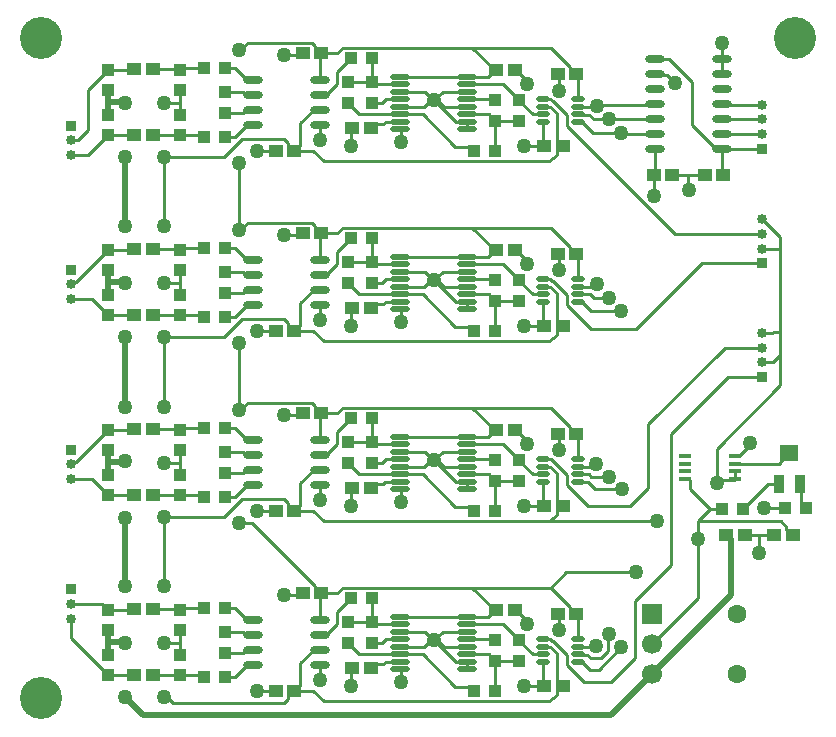
<source format=gbr>
%FSTAX23Y23*%
%MOIN*%
%SFA1B1*%

%IPPOS*%
%ADD10O,0.064960X0.025591*%
%ADD11R,0.051181X0.043307*%
%ADD12R,0.040945X0.014961*%
%ADD13O,0.045275X0.019685*%
%ADD14O,0.064960X0.019685*%
%ADD15R,0.039370X0.041339*%
%ADD16R,0.041339X0.039370*%
%ADD17R,0.038000X0.063000*%
%ADD18R,0.059000X0.058000*%
%ADD19C,0.010000*%
%ADD20C,0.020000*%
%ADD21R,0.033465X0.033465*%
%ADD22C,0.033465*%
%ADD23R,0.066929X0.066929*%
%ADD24C,0.066929*%
%ADD25C,0.062992*%
%ADD26C,0.050000*%
%ADD27C,0.140000*%
%LNacoustics_4_copper_signal_top-1*%
%LPD*%
G54D10*
X01054Y00232D03*
Y00282D03*
Y00332D03*
Y00382D03*
X00831Y00232D03*
Y00282D03*
Y00332D03*
Y00382D03*
X02394Y0195D03*
Y02D03*
Y0205D03*
Y021D03*
Y0215D03*
Y022D03*
Y0225D03*
X02172Y0195D03*
Y02D03*
Y0205D03*
Y021D03*
Y0215D03*
Y022D03*
Y0225D03*
X01054Y01432D03*
Y01482D03*
Y01532D03*
Y01582D03*
X00831Y01432D03*
Y01482D03*
Y01532D03*
Y01582D03*
Y02182D03*
Y02132D03*
Y02082D03*
Y02032D03*
X01054Y02182D03*
Y02132D03*
Y02082D03*
Y02032D03*
Y00832D03*
Y00882D03*
Y00932D03*
Y00982D03*
X00831Y00832D03*
Y00882D03*
Y00932D03*
Y00982D03*
G54D11*
X02167Y01865D03*
X0223D03*
X024D03*
X02337D03*
X02631Y00665D03*
X02568D03*
X02408D03*
X02471D03*
X01642Y01615D03*
X01705D03*
X01225Y0142D03*
X01162D03*
X0191Y016D03*
X01847D03*
X01865Y0136D03*
X01802D03*
X0106Y0167D03*
X00997D03*
X0097Y01345D03*
X00907D03*
X00499Y01397D03*
X00436D03*
X00499Y01617D03*
X00436D03*
X01642Y00415D03*
X01705D03*
X01225Y0022D03*
X01162D03*
X0191Y004D03*
X01847D03*
X01865Y0016D03*
X01802D03*
X0106Y0047D03*
X00997D03*
X0097Y00145D03*
X00907D03*
X00499Y00197D03*
X00436D03*
X00499Y00417D03*
X00436D03*
X01642Y02215D03*
X01705D03*
X01225Y0202D03*
X01162D03*
X0191Y022D03*
X01847D03*
X01865Y0196D03*
X01802D03*
X0106Y0227D03*
X00997D03*
X0097Y01945D03*
X00907D03*
X00499Y01997D03*
X00436D03*
X00499Y02217D03*
X00436D03*
Y01017D03*
X00499D03*
X00436Y00797D03*
X00499D03*
X00907Y00745D03*
X0097D03*
X00997Y0107D03*
X0106D03*
X01802Y0076D03*
X01865D03*
X01847Y01D03*
X0191D03*
X01162Y0082D03*
X01225D03*
X01705Y01015D03*
X01642D03*
G54D12*
X02271Y00928D03*
Y00902D03*
Y00877D03*
Y00851D03*
X02438Y00928D03*
Y00902D03*
Y00877D03*
Y00851D03*
G54D13*
X018Y01518D03*
Y01492D03*
Y01467D03*
Y01441D03*
X01916Y01518D03*
Y01492D03*
Y01467D03*
Y01441D03*
X018Y00318D03*
Y00292D03*
Y00267D03*
Y00241D03*
X01916Y00318D03*
Y00292D03*
Y00267D03*
Y00241D03*
X018Y02118D03*
Y02092D03*
Y02067D03*
Y02041D03*
X01916Y02118D03*
Y02092D03*
Y02067D03*
Y02041D03*
Y00841D03*
Y00867D03*
Y00892D03*
Y00918D03*
X018Y00841D03*
Y00867D03*
Y00892D03*
Y00918D03*
G54D14*
X01322Y01592D03*
Y01567D03*
Y01542D03*
Y01517D03*
Y01492D03*
Y01467D03*
Y01442D03*
Y01417D03*
X01544Y01592D03*
Y01567D03*
Y01542D03*
Y01517D03*
Y01492D03*
Y01467D03*
Y01442D03*
Y01417D03*
X01322Y00392D03*
Y00367D03*
Y00342D03*
Y00317D03*
Y00292D03*
Y00267D03*
Y00242D03*
Y00217D03*
X01544Y00392D03*
Y00367D03*
Y00342D03*
Y00317D03*
Y00292D03*
Y00267D03*
Y00242D03*
Y00217D03*
X01322Y02192D03*
Y02167D03*
Y02142D03*
Y02117D03*
Y02092D03*
Y02067D03*
Y02042D03*
Y02017D03*
X01544Y02192D03*
Y02167D03*
Y02142D03*
Y02117D03*
Y02092D03*
Y02067D03*
Y02042D03*
Y02017D03*
Y00817D03*
Y00842D03*
Y00867D03*
Y00892D03*
Y00917D03*
Y00942D03*
Y00967D03*
Y00992D03*
X01322Y00817D03*
Y00842D03*
Y00867D03*
Y00892D03*
Y00917D03*
Y00942D03*
Y00967D03*
Y00992D03*
G54D15*
X01148Y01505D03*
Y01574D03*
X01638Y01514D03*
Y01445D03*
X01228Y01574D03*
Y01505D03*
X01718Y01514D03*
Y01445D03*
X00738Y01541D03*
Y01473D03*
X00588Y01466D03*
Y01398D03*
X00348Y01466D03*
Y01398D03*
X00588Y01548D03*
Y01616D03*
X00348Y01548D03*
Y01616D03*
X01148Y00305D03*
Y00374D03*
X01638Y00314D03*
Y00245D03*
X01228Y00374D03*
Y00305D03*
X01718Y00314D03*
Y00245D03*
X00738Y00341D03*
Y00273D03*
X00588Y00266D03*
Y00198D03*
X00348Y00266D03*
Y00198D03*
X00588Y00348D03*
Y00416D03*
X00348Y00348D03*
Y00416D03*
X01148Y02105D03*
Y02174D03*
X01638Y02114D03*
Y02045D03*
X01228Y02174D03*
Y02105D03*
X01718Y02114D03*
Y02045D03*
X00738Y02141D03*
Y02073D03*
X00588Y02066D03*
Y01998D03*
X00348Y02066D03*
Y01998D03*
X00588Y02148D03*
Y02216D03*
X00348Y02148D03*
Y02216D03*
Y01016D03*
Y00948D03*
X00588Y01016D03*
Y00948D03*
X00348Y00798D03*
Y00866D03*
X00588Y00798D03*
Y00866D03*
X00738Y00873D03*
Y00941D03*
X01718Y00845D03*
Y00914D03*
X01228Y00905D03*
Y00974D03*
X01638Y00845D03*
Y00914D03*
X01148Y00974D03*
Y00905D03*
G54D16*
X01637Y01345D03*
X01569D03*
X01159Y01655D03*
X01227D03*
X00668Y01392D03*
X00737D03*
X00668Y01622D03*
X00737D03*
X01569Y00145D03*
X01637D03*
X02605Y00755D03*
X02674D03*
X02464Y0075D03*
X02395D03*
X01569Y01945D03*
X01637D03*
X01159Y00455D03*
X01227D03*
X00668Y00192D03*
X00737D03*
X00668Y00422D03*
X00737D03*
X01159Y02255D03*
X01227D03*
X00668Y01992D03*
X00737D03*
X00668Y02222D03*
X00737D03*
Y01022D03*
X00668D03*
X00737Y00792D03*
X00668D03*
X01227Y01055D03*
X01159D03*
X01569Y00745D03*
X01637D03*
G54D17*
X02654Y00835D03*
X02585D03*
G54D18*
X0262Y00937D03*
G54D19*
X0182Y0071D02*
X02179D01*
X0218Y0071*
X02105Y00445D02*
X02225Y00565D01*
X02025Y00175D02*
X02105Y00255D01*
Y00445*
X02162Y00301D02*
X02315Y00454D01*
Y0071*
X02225Y00565D02*
Y01D01*
X01934Y00175D02*
X02025D01*
X01955Y00215D02*
X01985D01*
X0206Y0029*
X01825Y00489D02*
X01876Y0054D01*
X0211*
X01878Y00231D02*
X01934Y00175D01*
X02015Y00332D02*
X02018Y00336D01*
X01991Y00255D02*
X02015Y00278D01*
Y00332*
X01958Y00255D02*
X01991D01*
X01917Y00266D02*
X01946D01*
X01916Y00267D02*
X01917Y00266D01*
X01973Y00293D02*
X01975Y00295D01*
X01946Y00266D02*
X01958Y00255D01*
X01933Y00293D02*
X01973D01*
X01929Y00241D02*
X01955Y00215D01*
X01878Y00231D02*
Y00264D01*
X01914Y00318D02*
X01916Y0032D01*
X0224Y0217D02*
D01*
X02211Y02198D02*
X0224Y0217D01*
X02172Y022D02*
X02173Y02198D01*
X02211*
X00227Y01982D02*
X00247D01*
X00281Y02016*
Y02149*
X00225Y0198D02*
X00227Y01982D01*
X00225Y00322D02*
X00348Y00199D01*
X00225Y00322D02*
Y00386D01*
X00348Y00198D02*
Y00199D01*
X0033Y00435D02*
X00348Y00417D01*
X00225Y00435D02*
X0033D01*
X00348Y00416D02*
Y00417D01*
X00281Y02149D02*
X00348Y02215D01*
Y02216*
Y01997D02*
Y01998D01*
X00225Y0193D02*
X00281D01*
X00348Y01997*
X02062Y02002D02*
X02169D01*
X0206Y02005D02*
X02062Y02002D01*
X02169D02*
X02172Y02D01*
X0202Y0205D02*
X02172D01*
X02169Y02097D02*
X02172Y021D01*
X01982Y02097D02*
X02169D01*
X0198Y02095D02*
X01982Y02097D01*
X01225Y0082D02*
X0124Y00835D01*
X01265*
X01273Y00842*
X01322*
X02658Y00769D02*
Y0083D01*
X02654Y00835D02*
X02658Y0083D01*
X01878Y01431D02*
X0196Y0135D01*
X02109D02*
X02329Y0157D01*
X0196Y0135D02*
X02109D01*
X0215Y0082D02*
Y01035D01*
X0195Y0076D02*
X0209D01*
X0215Y0082*
X01878Y00831D02*
X0195Y0076D01*
X0215Y01035D02*
X02404Y01289D01*
X02225Y01D02*
X02415Y0119D01*
X0253*
X02404Y01289D02*
X0253D01*
X01971Y00818D02*
X02062D01*
X0196Y0141D02*
X0206D01*
X0259Y0134D02*
Y01619D01*
X01878Y02029D02*
X0224Y01668D01*
X0253*
X01878Y02029D02*
Y02064D01*
X02167Y01865D02*
X0217Y01862D01*
Y01795D02*
Y01862D01*
X02294Y0203D02*
Y02174D01*
X02172Y0225D02*
X02219D01*
X02294Y02174*
X0253Y01717D02*
X0259Y01657D01*
Y01619D02*
Y01657D01*
X02565Y0124D02*
X0259Y01265D01*
Y01164D02*
Y01265D01*
X02565Y01619D02*
X0259D01*
X02565D02*
D01*
X0253D02*
X02565D01*
X02566Y0134D02*
X0259D01*
X02564Y01338D02*
X02566Y0134D01*
X0253Y01338D02*
X02564D01*
X0259Y01265D02*
Y0134D01*
X0253Y0124D02*
X02565D01*
X02395Y0225D02*
Y02305D01*
X02529Y02099D02*
X0253Y02099D01*
X02394Y0225D02*
X02395Y0225D01*
X02394Y021D02*
X02395Y02099D01*
X02394Y0205D02*
X0253D01*
X02394Y022D02*
Y0225D01*
X02395Y02099D02*
X02529D01*
X02294Y0203D02*
X02375Y0195D01*
X01929Y02041D02*
X01965Y02005D01*
X02394Y02D02*
X02395Y02D01*
X02375Y0195D02*
X02394D01*
Y0187D02*
Y0195D01*
Y0187D02*
X024Y01865D01*
X02283D02*
X02337D01*
X02395Y02D02*
X02529D01*
X02394Y0195D02*
X02528D01*
X02529Y02D02*
X0253Y02D01*
X02528Y0195D02*
X0253Y01951D01*
X02172Y0187D02*
Y0195D01*
X02167Y01865D02*
X02172Y0187D01*
X02283Y01816D02*
Y01865D01*
X0223D02*
X02283D01*
Y01816D02*
X02285Y01815D01*
X02379Y00839D02*
X02389Y00849D01*
X02287Y00817D02*
Y00849D01*
X02284Y00851D02*
X02287Y00849D01*
X02271Y00851D02*
X02284D01*
X02355Y0075D02*
X02395D01*
X02287Y00817D02*
X02355Y0075D01*
X02315Y0071D02*
X02355Y0075D01*
X0255Y00835D02*
X02585D01*
X02673Y00755D02*
X02674D01*
X02535D02*
X02605D01*
X02465Y0075D02*
X0255Y00835D01*
X02658Y00769D02*
X02673Y00755D01*
X02627Y00665D02*
X02631D01*
X0252D02*
X02568D01*
X02471D02*
X0252D01*
X0261Y00681D02*
X02627Y00665D01*
X0261Y00681D02*
Y00691D01*
X02591Y0071D02*
X0261Y00691D01*
X02315Y0071D02*
X02591D01*
X02435Y00849D02*
X02438Y00851D01*
X02422Y00849D02*
X02422Y00849D01*
X02389Y00849D02*
X02422D01*
X02438Y00851D02*
Y00877D01*
X02422Y00849D02*
X02435D01*
X02464Y0075D02*
X02465D01*
X0252Y00605D02*
Y00665D01*
X02379Y00839D02*
Y00953D01*
X02619Y00937D02*
X0262D01*
X02438Y00928D02*
X02451D01*
X02585Y00902D02*
X02619Y00937D01*
X02451Y00928D02*
X0249Y00966D01*
X02438Y00902D02*
X02585D01*
X0249Y00966D02*
Y0097D01*
X01933Y02093D02*
X01978D01*
X01968Y0205D02*
X0202D01*
X01916Y02092D02*
X01932D01*
X01951Y02066D02*
X01968Y0205D01*
X01917Y02066D02*
X01951D01*
X01932Y02092D02*
X01933Y02093D01*
X01956Y01467D02*
X01968Y01455D01*
X01932Y00292D02*
X01933Y00293D01*
X01917Y00893D02*
X01967D01*
X0196Y00858D02*
X02017D01*
X01951Y00867D02*
X0196Y00858D01*
X01967Y00893D02*
X01974Y009D01*
X01948Y00841D02*
X01971Y00818D01*
X01929Y01441D02*
X0196Y0141D01*
X01965Y02005D02*
X0206D01*
X01973Y01493D02*
X0198Y015D01*
X01917Y01493D02*
X01973D01*
X01916Y01492D02*
X01917Y01493D01*
X01916Y00892D02*
X01917Y00893D01*
X01916Y00241D02*
X01929D01*
X01968Y01455D02*
X0202D01*
X00535Y01505D02*
X00588D01*
X00587Y01617D02*
X00588Y01616D01*
Y01505D02*
Y01548D01*
Y01616D02*
X00593Y01622D01*
X00668*
X00737D02*
X00773D01*
X00738Y01541D02*
X00798D01*
X00785Y0168D02*
X00788D01*
X00773Y01622D02*
X00813Y01582D01*
X00788Y0168D02*
X00814Y01706D01*
X00798Y01541D02*
X00808Y01532D01*
X00813Y01582D02*
X00831D01*
X00808Y01532D02*
X00831D01*
X00845Y01345D02*
X00907D01*
X00935Y01385D02*
X00949Y01371D01*
X00966Y01345D02*
X0097D01*
X00973D02*
X0099Y01361D01*
X00949D02*
Y01371D01*
Y01361D02*
X00966Y01345D01*
X00992Y01665D02*
X00997Y0167D01*
X01028Y01706D02*
X01039Y01696D01*
Y01686D02*
Y01696D01*
Y01686D02*
X01056Y0167D01*
X01054Y01582D02*
Y01664D01*
X0106Y0167*
X01056D02*
X0106D01*
X01054Y01532D02*
X01074D01*
X0106Y0167D02*
X01112D01*
X01111Y01569D02*
Y01608D01*
X01112Y0167D02*
X01132Y01689D01*
X01158Y01655D02*
X01159D01*
X01148Y01574D02*
X01227D01*
X01111Y01608D02*
X01158Y01655D01*
X01227Y01574D02*
X01227Y01575D01*
Y01655*
X01228Y01574D02*
X01235Y01567D01*
X01263Y01505D02*
X01275Y01517D01*
X01235Y01567D02*
X01322D01*
X01275Y01517D02*
X01322D01*
X01322Y01517*
X00794Y01385D02*
X00935D01*
X00814Y01706D02*
X01028D01*
X00935Y01665D02*
X00992D01*
X01074Y01532D02*
X01111Y01569D01*
X01666Y01567D02*
X01718Y01515D01*
X01563Y01689D02*
X01825D01*
X01705Y01615D02*
X01708D01*
X01745Y01577*
X01878Y01431D02*
Y01464D01*
X01745Y01569D02*
Y01577D01*
X01847Y016D02*
X01851Y01595D01*
Y01547D02*
Y01595D01*
X01823Y01492D02*
X01844Y01471D01*
X01831Y01512D02*
X01878Y01464D01*
X01914Y01518D02*
X01916Y0152D01*
Y01593*
Y01441D02*
X01929D01*
X00348Y01615D02*
Y01616D01*
X00436*
X00436Y01617*
X00499D02*
X00587D01*
X00225Y015D02*
X00231D01*
X00241Y01508D02*
X00348Y01615D01*
X00231Y015D02*
X0024Y01508D01*
X00241*
X01068Y0131D02*
X0182D01*
X01322Y01417D02*
X01325Y01414D01*
Y01375D02*
Y01414D01*
X01322Y01467D02*
X01397D01*
X01322Y01492D02*
X01401D01*
X01424Y01515*
X01435*
X01433D02*
X01435D01*
X01436D02*
X01445D01*
X01436D02*
X01464Y01542D01*
X01397Y01467D02*
X01505Y01359D01*
X01445Y01515D02*
X01468Y01492D01*
X01435Y01515D02*
X01507Y01442D01*
X01468Y01492D02*
X01544D01*
X01507Y01442D02*
X01544D01*
X01505Y01359D02*
X01554D01*
X01544Y01442D02*
X01544Y01442D01*
Y01417D02*
Y01442D01*
X01554Y01359D02*
X01569Y01345D01*
X01544Y01467D02*
X01617D01*
X01544Y01517D02*
X01635D01*
X0182Y0131D02*
X01844Y01333D01*
Y01343*
X01617Y01467D02*
X01638Y01446D01*
X01635Y01517D02*
X01638Y01514D01*
X01637Y01345D02*
Y01445D01*
X01638Y01445*
Y01446*
Y01445D02*
X01718D01*
Y01513D02*
Y01515D01*
Y01513D02*
X01764Y01467D01*
X01735Y0136D02*
X01802D01*
X01764Y01467D02*
X01799D01*
X018Y01467*
Y01361D02*
Y01441D01*
Y01492D02*
X01801Y01492D01*
X018Y01518D02*
X01801Y01517D01*
X018Y01361D02*
X01802Y0136D01*
X01801Y01492D02*
X01823D01*
X01801Y01517D02*
X01823D01*
X01829Y01512*
X01831*
X01844Y01343D02*
X01861Y0136D01*
X01132Y01689D02*
X01563D01*
X01322Y01542D02*
X01405D01*
X01433Y01515*
X01464Y01542D02*
X01544D01*
Y01567D02*
X01544Y01567D01*
X01615Y01592D02*
X01638Y01615D01*
X01563Y01689D02*
X01638Y01615D01*
X01544Y01567D02*
X01666D01*
X01322Y01592D02*
X01615D01*
X00973Y01345D02*
X01033D01*
X0099Y01438D02*
X01034Y01482D01*
X01054*
X01055Y0138D02*
Y01431D01*
X01148Y01504D02*
Y01505D01*
X0116Y0136D02*
Y01417D01*
X01162Y0142*
X01148Y01504D02*
X01185Y01467D01*
X01225Y0142D02*
X01241Y01436D01*
X01228Y01505D02*
X01263D01*
X01185Y01467D02*
X01322D01*
X01241Y01436D02*
X01267D01*
X01273Y01442*
X01322*
X01322Y01467D02*
X01322Y01467D01*
X0099Y01361D02*
Y01438D01*
X01033Y01345D02*
X01068Y0131D01*
X01054Y01432D02*
X01055Y01431D01*
X00348Y01398D02*
X00436D01*
X00225Y0145D02*
X00296D01*
X00348Y01399*
Y01398D02*
Y01399D01*
X00499Y01397D02*
X00587D01*
X00436Y01398D02*
X00436Y01397D01*
X00588Y01466D02*
Y01505D01*
X00587Y01397D02*
X00588Y01398D01*
X00663*
X00668Y01392*
X00535Y01325D02*
X00734D01*
X00808Y01482D02*
X00831D01*
X00737Y01392D02*
X00773D01*
X00738Y01473D02*
X00798D01*
X00773Y01392D02*
X00813Y01432D01*
X00798Y01473D02*
X00808Y01482D01*
X00734Y01325D02*
X00794Y01385D01*
X00813Y01432D02*
X00831D01*
X01825Y01689D02*
X01889Y01626D01*
X01844Y01376D02*
Y01471D01*
X01861Y0136D02*
X01865D01*
X01906Y016D02*
X0191D01*
X01889Y01616D02*
Y01626D01*
Y01616D02*
X01906Y016D01*
X02329Y0157D02*
X0253D01*
X01916Y01467D02*
X01956D01*
X0191Y016D02*
X01916Y01593D01*
X01844Y01376D02*
X01861Y0136D01*
X00845Y00145D02*
X00907D01*
X0024Y00908D02*
X00241D01*
X00225Y009D02*
X00231D01*
X0024Y00908*
X00241D02*
X00348Y01015D01*
X00785Y00705D02*
X0083D01*
X01322Y00992D02*
X01615D01*
X01322Y00392D02*
X01615D01*
X01056Y0047D02*
X0106D01*
X01039Y00486D02*
X01056Y0047D01*
X0083Y00705D02*
X01039Y00496D01*
Y00486D02*
Y00496D01*
X02379Y00953D02*
X0259Y01164D01*
X01823Y02092D02*
X01844Y02071D01*
Y01976D02*
X01861Y0196D01*
X00973Y00745D02*
X01033D01*
X01068Y0071*
X0182*
X01844Y00733D02*
Y00743D01*
X0182Y0071D02*
X01844Y00733D01*
Y00743D02*
X01861Y0076D01*
X01844Y00176D02*
X01861Y0016D01*
X01914Y02118D02*
X01916Y0212D01*
X01914Y00918D02*
X01916Y0092D01*
X01322Y02192D02*
X01615D01*
X00785Y0108D02*
X00788D01*
X00814Y01106*
X01028*
X01039Y01096*
Y01086D02*
Y01096D01*
Y01086D02*
X01056Y0107D01*
X0106*
X00785Y0168D02*
Y01905D01*
Y0108D02*
Y01305D01*
X00565Y00105D02*
X00935D01*
Y00785D02*
X00949Y00771D01*
X00966Y00745D02*
X0097D01*
X01861Y0196D02*
X01865D01*
X00949Y00761D02*
X00966Y00745D01*
X00794Y01985D02*
X00935D01*
X00794Y00785D02*
X00935D01*
X01844Y00176D02*
Y00271D01*
X01861Y0016D02*
X01865D01*
X00535Y01925D02*
X00734D01*
X01823Y00892D02*
X01844Y00871D01*
X00535Y00725D02*
X00734D01*
X00785Y0228D02*
X00788D01*
X00814Y02306*
X01028*
X01039Y02286D02*
X01056Y0227D01*
X01028Y02306D02*
X01039Y02296D01*
X01056Y0227D02*
X0106D01*
X01039Y02286D02*
Y02296D01*
X00734Y01925D02*
X00794Y01985D01*
X01844Y00776D02*
X01861Y0076D01*
X00966Y01945D02*
X0097D01*
X00966Y00145D02*
X00973D01*
X01844Y00776D02*
Y00871D01*
X00949Y01961D02*
X00966Y01945D01*
X00949Y00761D02*
Y00771D01*
X00737Y01992D02*
X00773D01*
X00813Y02032*
X01831Y00312D02*
X01878Y00264D01*
X01826Y00917D02*
X01878Y00864D01*
Y00831D02*
Y00864D01*
X01829Y00312D02*
X01831D01*
X01823Y00317D02*
X01829Y00312D01*
X018Y00318D02*
X01801Y00317D01*
X01851Y00347D02*
Y00395D01*
X01847Y004D02*
X01851Y00395D01*
X01801Y00317D02*
X01823D01*
X01916Y0032D02*
Y00393D01*
X0191Y004D02*
X01916Y00393D01*
X01906Y004D02*
X0191D01*
X01847Y01D02*
X01853Y00993D01*
Y00948D02*
Y00993D01*
X01801Y00917D02*
X01826D01*
X018Y00918D02*
X01801Y00917D01*
X01829Y02112D02*
X01831D01*
X01801Y02117D02*
X01824D01*
X01831Y02112D02*
X01878Y02064D01*
X018Y02118D02*
X01801Y02117D01*
X01847Y022D02*
X01851Y02195D01*
X01824Y02117D02*
X01829Y02112D01*
X01851Y02146D02*
Y02195D01*
X01844Y01976D02*
Y02071D01*
X01916Y02041D02*
X01929D01*
X01823Y00292D02*
X01844Y00271D01*
X01801Y02092D02*
X01823D01*
X01916Y00841D02*
X01948D01*
X01916Y00867D02*
X01951D01*
X01916Y00292D02*
X01932D01*
X01916Y02067D02*
X01917Y02066D01*
X0116Y0016D02*
Y00217D01*
X00535Y01695D02*
Y01925D01*
Y00495D02*
Y00725D01*
Y0109D02*
Y01325D01*
X00588Y00266D02*
Y00305D01*
Y00348*
X00535Y00305D02*
X00588D01*
Y00866D02*
Y00905D01*
Y00948*
X00535Y00905D02*
X00588D01*
Y02066D02*
Y02105D01*
Y02148*
X00535Y02105D02*
X00588D01*
X00296Y0085D02*
X00348Y00799D01*
X00225Y0085D02*
X00296D01*
X00348Y00798D02*
Y00799D01*
Y01015D02*
Y01016D01*
X01227Y00374D02*
X01227Y00375D01*
X01111Y00369D02*
Y00408D01*
X01227Y00375D02*
Y00455D01*
X01054Y00382D02*
Y00464D01*
X01111Y00408D02*
X01158Y00455D01*
X01159*
X01054Y00464D02*
X0106Y0047D01*
X01112*
X01132Y00489*
X00499Y00197D02*
X00587D01*
X00436Y00198D02*
X00436Y00197D01*
X00348Y00198D02*
X00436D01*
X00348Y00416D02*
X00436D01*
X00436Y00417*
X00499D02*
X00587D01*
X00935Y00105D02*
X00949Y00118D01*
X00545Y00125D02*
X00565Y00105D01*
X00949Y00118D02*
Y00128D01*
X00966Y00145*
X00737Y00192D02*
X00773D01*
X00663Y00198D02*
X00668Y00192D01*
X00813Y00232D02*
X00831D01*
X00587Y00197D02*
X00588Y00198D01*
X00663*
X00773Y00192D02*
X00813Y00232D01*
X00738Y00273D02*
X00798D01*
X00808Y00282*
X00831*
X01033Y00145D02*
X01068Y0011D01*
X00973Y00145D02*
X01033D01*
X00973D02*
X0099Y00161D01*
Y00238*
X01055Y0018D02*
Y00231D01*
X01322Y00217D02*
X01325Y00214D01*
X0116Y00217D02*
X01162Y0022D01*
X01225D02*
X01241Y00236D01*
X01054Y00232D02*
X01055Y00231D01*
X01241Y00236D02*
X01267D01*
X01273Y00242*
X01322*
X0099Y00238D02*
X01034Y00282D01*
X01185Y00267D02*
X01322D01*
X01322Y00267*
X01034Y00282D02*
X01054D01*
X01148Y00304D02*
X01185Y00267D01*
X01148Y00304D02*
Y00305D01*
X01228D02*
X01263D01*
X00813Y00382D02*
X00831D01*
X00808Y00332D02*
X00831D01*
X00798Y00341D02*
X00808Y00332D01*
X00738Y00341D02*
X00798D01*
X00773Y00422D02*
X00813Y00382D01*
X00588Y00416D02*
X00593Y00422D01*
X00668*
X00737D02*
X00773D01*
X00935Y00465D02*
X00992D01*
X00997Y0047*
X01263Y00305D02*
X01275Y00317D01*
X01322*
X01322Y00317*
X01054Y00332D02*
X01074D01*
X01111Y00369*
X01235Y00367D02*
X01322D01*
X01228Y00374D02*
X01235Y00367D01*
X01148Y00374D02*
X01227D01*
X00535Y00125D02*
X00545D01*
X00587Y00417D02*
X00588Y00416D01*
X0182Y0011D02*
X01844Y00133D01*
Y00143*
X01735Y0016D02*
X01802D01*
X018Y00161D02*
X01802Y0016D01*
X018Y00161D02*
Y00241D01*
X01799Y00267D02*
X018Y00267D01*
X01764Y00267D02*
X01799D01*
X01801Y00292D02*
X01823D01*
X01322Y00292D02*
X01401D01*
X01505Y00159D02*
X01554D01*
X01325Y00175D02*
Y00214D01*
X01397Y00267D02*
X01505Y00159D01*
X01544Y00217D02*
Y00242D01*
X01544Y00242D02*
X01544Y00242D01*
X01507Y00242D02*
X01544D01*
X01322Y00267D02*
X01397D01*
X01435Y00315D02*
X01507Y00242D01*
X01468Y00292D02*
X01544D01*
X01436Y00315D02*
X01445D01*
X01424D02*
X01435D01*
X01433D02*
X01435D01*
X01436D02*
X01464Y00342D01*
X01405D02*
X01433Y00315D01*
X01322Y00342D02*
X01405D01*
X01464D02*
X01544D01*
X01132Y00489D02*
X01563D01*
X01554Y00159D02*
X01569Y00145D01*
X01637D02*
Y00245D01*
X01638Y00245*
X01718*
X01638D02*
Y00246D01*
X01617Y00267D02*
X01638Y00246D01*
X01544Y00267D02*
X01617D01*
X01718Y00313D02*
Y00315D01*
X01635Y00317D02*
X01638Y00314D01*
X01544Y00317D02*
X01635D01*
X01666Y00367D02*
X01718Y00315D01*
X01544Y00367D02*
X01666D01*
X01544Y00367D02*
X01544Y00367D01*
X01615Y00392D02*
X01638Y00415D01*
X01705D02*
X01708D01*
X01563Y00489D02*
X01638Y00415D01*
X01563Y00489D02*
X01825D01*
X01889Y00416D02*
X01906Y004D01*
X01889Y00416D02*
Y00426D01*
X01825Y00489D02*
X01889Y00426D01*
X01745Y00369D02*
Y00377D01*
X01708Y00415D02*
X01745Y00377D01*
X01844Y00143D02*
X01861Y0016D01*
X00935Y01985D02*
X00949Y01971D01*
X018Y00292D02*
X01801Y00292D01*
X01068Y0011D02*
X0182D01*
X01445Y00315D02*
X01468Y00292D01*
X01401D02*
X01424Y00315D01*
X01718Y00313D02*
X01764Y00267D01*
X00808Y02082D02*
X00831D01*
X00798Y02073D02*
X00808Y02082D01*
X00738Y02073D02*
X00798D01*
X00808Y02132D02*
X00831D01*
X00738Y02141D02*
X00798D01*
X00808Y02132*
X00813Y02182D02*
X00831D01*
X00773Y02222D02*
X00813Y02182D01*
X00593Y02222D02*
X00668D01*
X00813Y02032D02*
X00831D01*
X00663Y01998D02*
X00668Y01992D01*
X00588Y01998D02*
X00663D01*
X00737Y02222D02*
X00773D01*
X00587Y02217D02*
X00588Y02216D01*
X00499Y02217D02*
X00587D01*
X00588Y02216D02*
X00593Y02222D01*
X00436Y02216D02*
X00436Y02217D01*
X00436Y01998D02*
X00436Y01997D01*
X00587D02*
X00588Y01998D01*
X00499Y01997D02*
X00587D01*
X01148Y02104D02*
X01185Y02067D01*
X01263Y02105D02*
X01275Y02117D01*
X01267Y02036D02*
X01273Y02042D01*
X01148Y02104D02*
Y02105D01*
X01275Y02117D02*
X01322D01*
X01228Y02105D02*
X01263D01*
X01185Y02067D02*
X01322D01*
X01273Y02042D02*
X01322D01*
X01241Y02036D02*
X01267D01*
X01325Y01975D02*
Y02014D01*
X0116Y0196D02*
Y02017D01*
X01162Y0202*
X01225D02*
X01241Y02036D01*
X01054Y02032D02*
X01055Y02031D01*
Y0198D02*
Y02031D01*
X01554Y01959D02*
X01569Y01945D01*
X01637D02*
Y02045D01*
X01735Y0196D02*
X01802D01*
X01068Y0191D02*
X0182D01*
X01505Y01959D02*
X01554D01*
X01397Y02067D02*
X01505Y01959D01*
X01764Y02067D02*
X01799D01*
X01844Y01943D02*
X01861Y0196D01*
X018Y01961D02*
X01802Y0196D01*
X0182Y0191D02*
X01844Y01933D01*
Y01943*
X018Y01961D02*
Y02041D01*
X01034Y02082D02*
X01054D01*
X01111Y02169D02*
Y02208D01*
X0106Y0227D02*
X01112D01*
X01054Y02264D02*
X0106Y0227D01*
X01111Y02208D02*
X01158Y02255D01*
X01054Y02132D02*
X01074D01*
X01054Y02182D02*
Y02264D01*
X00973Y01945D02*
X0099Y01961D01*
X00973Y01945D02*
X01033D01*
X0099Y02038D02*
X01034Y02082D01*
X00992Y02265D02*
X00997Y0227D01*
X00935Y02265D02*
X00992D01*
X0099Y01961D02*
Y02038D01*
X01889Y02216D02*
Y02226D01*
X01705Y02215D02*
X01708D01*
X01615Y02192D02*
X01638Y02215D01*
X00348Y02216D02*
X00436D01*
X0191Y022D02*
X01916Y02193D01*
Y0212D02*
Y02193D01*
X01906Y022D02*
X0191D01*
X01889Y02216D02*
X01906Y022D01*
X01799Y02067D02*
X018Y02067D01*
Y02092D02*
X01801Y02092D01*
X01745Y02169D02*
Y02177D01*
X01033Y01945D02*
X01068Y0191D01*
X00845Y01945D02*
X00907D01*
X00348Y01998D02*
X00436D01*
X01825Y02289D02*
X01889Y02226D01*
X01112Y0227D02*
X01132Y02289D01*
X01708Y02215D02*
X01745Y02177D01*
X01563Y02289D02*
X01638Y02215D01*
X01132Y02289D02*
X01563D01*
X01158Y02255D02*
X01159D01*
X01563Y02289D02*
X01825D01*
X01074Y02132D02*
X01111Y02169D01*
X01227Y02175D02*
Y02255D01*
X01228Y02174D02*
X01235Y02167D01*
X01148Y02174D02*
X01227D01*
X01227Y02175*
X01235Y02167D02*
X01322D01*
X01424Y02115D02*
X01435D01*
X01322Y02092D02*
X01401D01*
X01436Y02115D02*
X01445D01*
X01433D02*
X01435D01*
X01445D02*
X01468Y02092D01*
X01435Y02115D02*
X01507Y02042D01*
X01401Y02092D02*
X01424Y02115D01*
X01322Y02067D02*
X01397D01*
X01322Y02067D02*
X01322Y02067D01*
Y02017D02*
X01325Y02014D01*
X01718Y02113D02*
Y02115D01*
X01666Y02167D02*
X01718Y02115D01*
X01544Y02167D02*
X01544Y02167D01*
X01635Y02117D02*
X01638Y02114D01*
X01544Y02117D02*
X01635D01*
X01544Y02167D02*
X01666D01*
X01468Y02092D02*
X01544D01*
X01464Y02142D02*
X01544D01*
X01507Y02042D02*
X01544D01*
X01544Y02042*
Y02017D02*
Y02042D01*
Y02067D02*
X01617D01*
X01718Y02113D02*
X01764Y02067D01*
X01638Y02045D02*
Y02046D01*
X01637Y02045D02*
X01638Y02045D01*
X01617Y02067D02*
X01638Y02046D01*
Y02045D02*
X01718D01*
X01322Y02117D02*
X01322Y02117D01*
X01405Y02142D02*
X01433Y02115D01*
X01436D02*
X01464Y02142D01*
X01322D02*
X01405D01*
X00845Y00745D02*
X00907D01*
X00992Y01065D02*
X00997Y0107D01*
X00935Y01065D02*
X00992D01*
X01735Y0076D02*
X01802D01*
X0191Y01D02*
X01916Y00993D01*
X01889Y01016D02*
Y01026D01*
X0116Y00817D02*
X01162Y0082D01*
X0116Y0076D02*
Y00817D01*
X01825Y01089D02*
X01889Y01026D01*
Y01016D02*
X01906Y01D01*
X01563Y01089D02*
X01825D01*
X01563D02*
X01638Y01015D01*
X01132Y01089D02*
X01563D01*
X01112Y0107D02*
X01132Y01089D01*
X0106Y0107D02*
X01112D01*
X01708Y01015D02*
X01745Y00977D01*
Y00969D02*
Y00977D01*
X01705Y01015D02*
X01708D01*
X00436Y01016D02*
X00436Y01017D01*
X00348Y01016D02*
X00436D01*
X00587Y01017D02*
X00588Y01016D01*
X00593Y01022*
X00499Y01017D02*
X00587D01*
X00593Y01022D02*
X00668D01*
X00348Y00798D02*
X00436D01*
X00436Y00797*
X00587D02*
X00588Y00798D01*
X00499Y00797D02*
X00587D01*
X00588Y00798D02*
X00663D01*
X00668Y00792*
X01718Y00913D02*
Y00915D01*
X01227Y00974D02*
X01227Y00975D01*
Y01055*
X01637Y00845D02*
X01638Y00845D01*
X01718*
X01638D02*
Y00846D01*
X01637Y00745D02*
Y00845D01*
X01148Y00974D02*
X01227D01*
X00813Y00982D02*
X00831D01*
X00773Y01022D02*
X00813Y00982D01*
X00737Y01022D02*
X00773D01*
X00808Y00932D02*
X00831D01*
X00798Y00941D02*
X00808Y00932D01*
X00738Y00941D02*
X00798D01*
X00808Y00882D02*
X00831D01*
X00798Y00873D02*
X00808Y00882D01*
X00738Y00873D02*
X00798D01*
X00813Y00832D02*
X00831D01*
X00773Y00792D02*
X00813Y00832D01*
X00737Y00792D02*
X00773D01*
X01054Y00982D02*
Y01064D01*
X0106Y0107*
X01158Y01055D02*
X01159D01*
X01111Y01008D02*
X01158Y01055D01*
X01074Y00932D02*
X01111Y00969D01*
Y01008*
X01054Y00932D02*
X01074D01*
X01034Y00882D02*
X01054D01*
X0099Y00838D02*
X01034Y00882D01*
X0099Y00761D02*
Y00838D01*
X00973Y00745D02*
X0099Y00761D01*
X01054Y00832D02*
X01055Y00831D01*
Y0078D02*
Y00831D01*
X01228Y00974D02*
X01235Y00967D01*
X01322*
X01322Y00917D02*
X01322Y00917D01*
X01275Y00917D02*
X01322D01*
X01263Y00905D02*
X01275Y00917D01*
X01228Y00905D02*
X01263D01*
X01322Y00867D02*
X01397D01*
X01505Y00759*
X01322Y00867D02*
X01322Y00867D01*
X01554Y00759D02*
X01569Y00745D01*
X01505Y00759D02*
X01554D01*
X01148Y00904D02*
X01185Y00867D01*
X01148Y00904D02*
Y00905D01*
X01185Y00867D02*
X01322D01*
X01325Y00775D02*
Y00814D01*
X01322Y00817D02*
X01325Y00814D01*
X01615Y00992D02*
X01638Y01015D01*
X01544Y00967D02*
X01666D01*
X01544Y00967D02*
X01544Y00967D01*
X01666D02*
X01718Y00915D01*
X01635Y00917D02*
X01638Y00914D01*
X01544Y00917D02*
X01635D01*
X01544Y00867D02*
X01617D01*
X01638Y00846*
X01544Y00842D02*
X01544Y00842D01*
Y00817D02*
Y00842D01*
X01468Y00892D02*
X01544D01*
X01464Y00942D02*
X01544D01*
X01445Y00915D02*
X01468Y00892D01*
X01507Y00842D02*
X01544D01*
X01436Y00915D02*
X01464Y00942D01*
X01433Y00915D02*
X01435D01*
X01405Y00942D02*
X01433Y00915D01*
X01424D02*
X01435D01*
X01507Y00842*
X01401Y00892D02*
X01424Y00915D01*
X01436D02*
X01445D01*
X01322Y00942D02*
X01405D01*
X01322Y00892D02*
X01401D01*
X01801Y00892D02*
X01823D01*
X018Y00892D02*
X01801Y00892D01*
X01718Y00913D02*
X01764Y00867D01*
X01799*
X018Y00867*
Y00761D02*
Y00841D01*
Y00761D02*
X01802Y0076D01*
X01906Y01D02*
X0191D01*
X01916Y0092D02*
Y00993D01*
X00949Y01961D02*
Y01971D01*
X01861Y0076D02*
X01865D01*
X00734Y00725D02*
X00794Y00785D01*
G54D20*
X02162Y00203D02*
X02424Y00464D01*
X00465Y00065D02*
X02024D01*
X02162Y00203*
X02412Y00665D02*
X02424Y00653D01*
X02408Y00665D02*
X02412D01*
X02424Y00464D02*
Y00653D01*
X00402Y01507D02*
X00405Y01505D01*
X00348Y01507D02*
X00402D01*
X00348D02*
Y01548D01*
Y01466D02*
Y01507D01*
X00405Y0109D02*
Y01325D01*
Y00495D02*
Y0072D01*
Y00125D02*
X00465Y00065D01*
X00348Y00907D02*
Y00948D01*
Y00866D02*
Y00907D01*
X00402*
X00405Y0091*
X00348Y00307D02*
Y00348D01*
Y00266D02*
Y00307D01*
X00402*
X00405Y00305*
Y01695D02*
Y01925D01*
X00348Y02107D02*
Y02148D01*
Y02066D02*
Y02107D01*
X00402D02*
X00405Y02105D01*
X00348Y02107D02*
X00402D01*
G54D21*
X0253Y01951D03*
X00225Y02029D03*
Y01549D03*
Y00949D03*
Y00485D03*
X0253Y0157D03*
Y0119D03*
G54D22*
X00225Y0193D03*
Y0198D03*
Y015D03*
Y0145D03*
Y0085D03*
Y009D03*
Y00435D03*
Y00386D03*
X0253Y02099D03*
Y0205D03*
Y02D03*
Y01619D03*
Y01668D03*
Y01717D03*
Y01338D03*
Y01289D03*
Y0124D03*
G54D23*
X02162Y004D03*
G54D24*
X02162Y00301D03*
Y00203D03*
G54D25*
X02445Y004D03*
Y00203D03*
G54D26*
X0218Y0071D03*
X0206Y0029D03*
X0211Y0054D03*
X02018Y00336D03*
X01975Y00295D03*
X0249Y0097D03*
X0252Y00605D03*
X02379Y00839D03*
X02062Y00818D03*
X0206Y0141D03*
X0217Y01795D03*
X02285Y01815D03*
X02395Y02305D03*
X0224Y0217D03*
X02315Y0065D03*
X02535Y00755D03*
X0198Y02095D03*
X0202Y0205D03*
X0206Y02005D03*
X02017Y00858D03*
X01974Y009D03*
X0202Y01455D03*
X0198Y015D03*
X00405Y01325D03*
Y01695D03*
Y01505D03*
X00535Y01325D03*
Y01505D03*
Y01695D03*
X00785Y01305D03*
Y0168D03*
X00845Y01345D03*
X00935Y01665D03*
X01055Y0138D03*
X0116Y0136D03*
X01325Y01375D03*
X01735Y0136D03*
X01435Y01515D03*
X01745Y01569D03*
X01851Y01547D03*
X00845Y00145D03*
X00785Y00705D03*
Y0108D03*
Y0228D03*
Y01905D03*
X01851Y00347D03*
X01853Y00948D03*
X01851Y02146D03*
X00405Y00305D03*
Y00495D03*
Y0091D03*
Y0109D03*
Y0072D03*
Y00125D03*
Y01925D03*
Y02105D03*
X0116Y0016D03*
X00535Y00495D03*
Y0109D03*
Y00125D03*
X01055Y0018D03*
X00535Y00305D03*
X00935Y00465D03*
X01325Y00175D03*
X01435Y00315D03*
X01735Y0016D03*
X01745Y00369D03*
Y02169D03*
X01435Y02115D03*
X00535Y02105D03*
X01325Y01975D03*
X0116Y0196D03*
X00935Y02265D03*
X01735Y0196D03*
X00535Y01925D03*
X00845Y01945D03*
X01055Y0198D03*
X00845Y00745D03*
X00935Y01065D03*
X01735Y0076D03*
X0116D03*
X01745Y00969D03*
X00535Y00905D03*
Y00725D03*
X01055Y0078D03*
X01325Y00775D03*
X01435Y00915D03*
G54D27*
X00125Y0232D03*
Y0012D03*
X0264Y0232D03*
M02*
</source>
